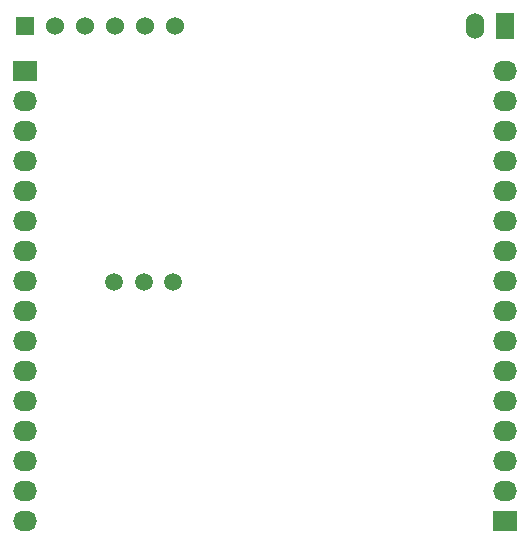
<source format=gbr>
G04 #@! TF.FileFunction,Soldermask,Bot*
%FSLAX46Y46*%
G04 Gerber Fmt 4.6, Leading zero omitted, Abs format (unit mm)*
G04 Created by KiCad (PCBNEW 0.201510170916+6271~30~ubuntu15.04.1-product) date Mon 02 Nov 2015 12:23:47 AM PST*
%MOMM*%
G01*
G04 APERTURE LIST*
%ADD10C,0.100000*%
%ADD11C,1.506220*%
%ADD12R,2.032000X1.727200*%
%ADD13O,2.032000X1.727200*%
%ADD14R,1.524000X1.524000*%
%ADD15C,1.524000*%
%ADD16R,1.524000X2.199640*%
%ADD17O,1.524000X2.199640*%
G04 APERTURE END LIST*
D10*
D11*
X114748400Y-75076200D03*
X112208400Y-75076200D03*
X117248400Y-75076200D03*
D12*
X145320000Y-95320000D03*
D13*
X145320000Y-92780000D03*
X145320000Y-90240000D03*
X145320000Y-87700000D03*
X145320000Y-85160000D03*
X145320000Y-82620000D03*
X145320000Y-80080000D03*
X145320000Y-77540000D03*
X145320000Y-75000000D03*
X145320000Y-72460000D03*
X145320000Y-69920000D03*
X145320000Y-67380000D03*
X145320000Y-64840000D03*
X145320000Y-62300000D03*
X145320000Y-59760000D03*
X145320000Y-57220000D03*
D12*
X104680000Y-57220000D03*
D13*
X104680000Y-59760000D03*
X104680000Y-62300000D03*
X104680000Y-64840000D03*
X104680000Y-67380000D03*
X104680000Y-69920000D03*
X104680000Y-72460000D03*
X104680000Y-75000000D03*
X104680000Y-77540000D03*
X104680000Y-80080000D03*
X104680000Y-82620000D03*
X104680000Y-85160000D03*
X104680000Y-87700000D03*
X104680000Y-90240000D03*
X104680000Y-92780000D03*
X104680000Y-95320000D03*
D14*
X104673400Y-53416200D03*
D15*
X107213400Y-53416200D03*
X109753400Y-53416200D03*
X112293400Y-53416200D03*
X114833400Y-53416200D03*
X117373400Y-53416200D03*
D16*
X145313400Y-53416200D03*
D17*
X142773400Y-53416200D03*
M02*

</source>
